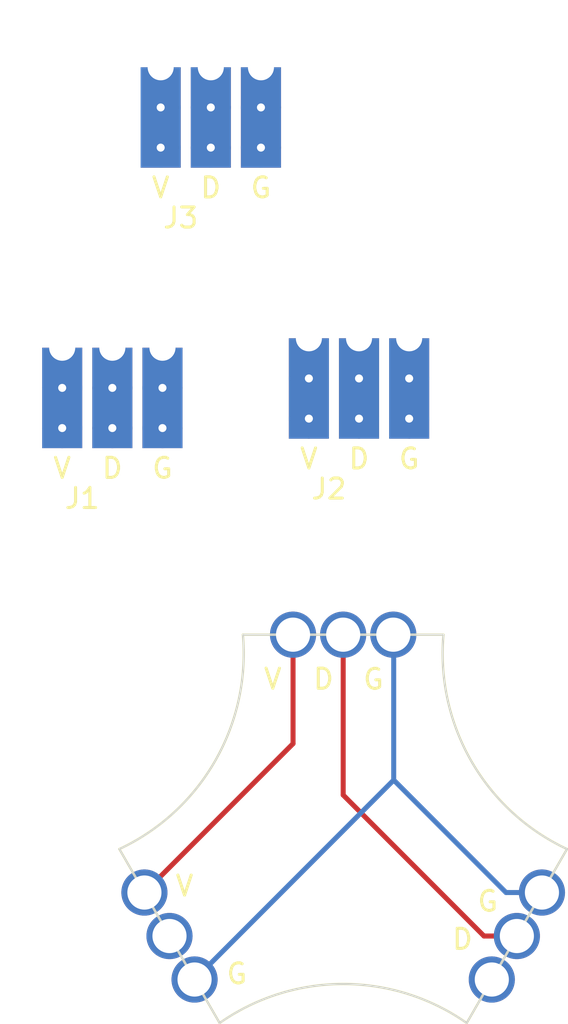
<source format=kicad_pcb>
(kicad_pcb (version 20211014) (generator pcbnew)
  (layers (0 "F.Cu" signal) (31 "B.Cu" signal) (34 "B.Paste" user) (35 "F.Paste" user) (36 "B.SilkS" user "B.Silkscreen") (37 "F.SilkS" user "F.Silkscreen") (38 "B.Mask" user) (39 "F.Mask" user) (44 "Edge.Cuts" user))
  (net 0 "")
  (net 2 "Net-(J1-Pad1)")
  (net 3 "Net-(J3-Pad2)")
  (net 4 "Net-(J3-Pad3)")
  (footprint "ledstrip_footprints:strip_print_input" (layer "F.Cu") (at 141.93 86.665)
    (fp_text reference "J1" (at -1.5 7.5 unlocked) (layer "F.SilkS"))
    (fp_text value "led_strip_input")
    (fp_text user "D" (at 0 6 unlocked) (layer "F.SilkS"))
    (fp_text user "G" (at 2.5 6 unlocked) (layer "F.SilkS"))
    (fp_text user "V" (at -2.5 6 unlocked) (layer "F.SilkS"))
    (pad "1" thru_hole circle (at -2.5 2) (size 2 2) (drill 0.4) (layers *.Cu *.Mask) (net 2 "Net-(J1-Pad1)"))
    (pad "1" thru_hole rect (at -2.5 0) (size 2 5) (drill 1.3 (offset 0 2.5)) (layers *.Cu *.Mask) (net 2 "Net-(J1-Pad1)"))
    (pad "1" thru_hole circle (at -2.5 4) (size 2 2) (drill 0.4) (layers *.Cu *.Mask) (net 2 "Net-(J1-Pad1)"))
    (pad "2" thru_hole circle (at 0 4) (size 2 2) (drill 0.4) (layers *.Cu *.Mask) (net 3 "Net-(J3-Pad2)"))
    (pad "2" thru_hole circle (at 0 2) (size 2 2) (drill 0.4) (layers *.Cu *.Mask) (net 3 "Net-(J3-Pad2)"))
    (pad "2" thru_hole rect (at 0 0) (size 2 5) (drill 1.3 (offset 0 2.5)) (layers *.Cu *.Mask) (net 3 "Net-(J3-Pad2)"))
    (pad "3" thru_hole circle (at 2.5 2) (size 2 2) (drill 0.4) (layers *.Cu *.Mask) (net 4 "Net-(J3-Pad3)"))
    (pad "3" thru_hole rect (at 2.5 0) (size 2 5) (drill 1.3 (offset 0 2.5)) (layers *.Cu *.Mask) (net 4 "Net-(J3-Pad3)"))
    (pad "3" thru_hole circle (at 2.5 4) (size 2 2) (drill 0.4) (layers *.Cu *.Mask) (net 4 "Net-(J3-Pad3)"))
  )
  (footprint "ledstrip_footprints:strip_print_input" (layer "F.Cu") (at 146.84 72.705)
    (fp_text reference "J3" (at -1.5 7.5 unlocked) (layer "F.SilkS"))
    (fp_text value "led_strip_input")
    (fp_text user "D" (at 0 6 unlocked) (layer "F.SilkS"))
    (fp_text user "G" (at 2.5 6 unlocked) (layer "F.SilkS"))
    (fp_text user "V" (at -2.5 6 unlocked) (layer "F.SilkS"))
    (pad "1" thru_hole circle (at -2.5 2) (size 2 2) (drill 0.4) (layers *.Cu *.Mask))
    (pad "1" thru_hole rect (at -2.5 0) (size 2 5) (drill 1.3 (offset 0 2.5)) (layers *.Cu *.Mask))
    (pad "1" thru_hole circle (at -2.5 4) (size 2 2) (drill 0.4) (layers *.Cu *.Mask))
    (pad "2" thru_hole circle (at 0 2) (size 2 2) (drill 0.4) (layers *.Cu *.Mask) (net 3 "Net-(J3-Pad2)"))
    (pad "2" thru_hole circle (at 0 4) (size 2 2) (drill 0.4) (layers *.Cu *.Mask) (net 3 "Net-(J3-Pad2)"))
    (pad "2" thru_hole rect (at 0 0) (size 2 5) (drill 1.3 (offset 0 2.5)) (layers *.Cu *.Mask) (net 3 "Net-(J3-Pad2)"))
    (pad "3" thru_hole circle (at 2.5 2) (size 2 2) (drill 0.4) (layers *.Cu *.Mask) (net 4 "Net-(J3-Pad3)"))
    (pad "3" thru_hole rect (at 2.5 0) (size 2 5) (drill 1.3 (offset 0 2.5)) (layers *.Cu *.Mask) (net 4 "Net-(J3-Pad3)"))
    (pad "3" thru_hole circle (at 2.5 4) (size 2 2) (drill 0.4) (layers *.Cu *.Mask) (net 4 "Net-(J3-Pad3)"))
  )
  (footprint "Connector:led_cube" (layer "F.Cu") (at 153.44 110.95)
    (fp_text reference "**" hide)
    (fp_text value "led_cube" hide)
    (fp_line (start -11.16025 0.66987) (end -6.16025 9.33013) (layer "F.SilkS") (width 0.12))
    (fp_line (start -5 -10) (end 5 -10) (layer "F.SilkS") (width 0.12))
    (fp_line (start 6.16025 9.33013) (end 11.16025 0.66987) (layer "F.SilkS") (width 0.12))
    (fp_arc (start 11.16025 0.66987) (mid 6.398025 -3.693904) (end 5 -10) (layer "F.SilkS") (width 0.12))
    (fp_arc (start -5 -10) (mid -6.398026 -3.693905) (end -11.16025 0.66987) (layer "F.SilkS") (width 0.12))
    (fp_arc (start -6.16025 9.33013) (mid 0 7.387811) (end 6.16025 9.33013) (layer "F.SilkS") (width 0.12))
    (pad "1" thru_hole circle (at 0 -10) (size 2.3 2.3) (drill 1.7) (layers F&B.Cu *.Mask))
    (pad "2" thru_hole circle (at 2.5 -10) (size 2.3 2.3) (drill 1.7) (layers F&B.Cu *.Mask))
    (pad "3" thru_hole circle (at -2.5 -10) (size 2.3 2.3) (drill 1.7) (layers F&B.Cu *.Mask))
    (pad "4" thru_hole circle (at 8.66025 5) (size 2.3 2.3) (drill 1.7) (layers F&B.Cu *.Mask))
    (pad "5" thru_hole circle (at -8.66025 5) (size 2.3 2.3) (drill 1.7) (layers F&B.Cu *.Mask))
    (pad "6" thru_hole circle (at 9.91025 2.83494) (size 2.3 2.3) (drill 1.7) (layers F&B.Cu *.Mask))
    (pad "7" thru_hole circle (at 7.41025 7.16506) (size 2.3 2.3) (drill 1.7) (layers F&B.Cu *.Mask))
    (pad "8" thru_hole circle (at -7.41025 7.16506) (size 2.3 2.3) (drill 1.7) (layers F&B.Cu *.Mask))
    (pad "9" thru_hole circle (at -9.91025 2.83494) (size 2.3 2.3) (drill 1.7) (layers F&B.Cu *.Mask))
  )
  (footprint "ledstrip_footprints:strip_print_input" (layer "F.Cu") (at 154.23 86.195)
    (fp_text reference "J2" (at -1.5 7.5 unlocked) (layer "F.SilkS"))
    (fp_text value "led_strip_input")
    (fp_text user "G" (at 2.5 6 unlocked) (layer "F.SilkS"))
    (fp_text user "D" (at 0 6 unlocked) (layer "F.SilkS"))
    (fp_text user "V" (at -2.5 6 unlocked) (layer "F.SilkS"))
    (pad "1" thru_hole circle (at -2.5 2) (size 2 2) (drill 0.4) (layers *.Cu *.Mask) (net 2 "Net-(J1-Pad1)"))
    (pad "1" thru_hole rect (at -2.5 0) (size 2 5) (drill 1.3 (offset 0 2.5)) (layers *.Cu *.Mask) (net 2 "Net-(J1-Pad1)"))
    (pad "1" thru_hole circle (at -2.5 4) (size 2 2) (drill 0.4) (layers *.Cu *.Mask) (net 2 "Net-(J1-Pad1)"))
    (pad "2" thru_hole circle (at 0 2) (size 2 2) (drill 0.4) (layers *.Cu *.Mask))
    (pad "2" thru_hole rect (at 0 0) (size 2 5) (drill 1.3 (offset 0 2.5)) (layers *.Cu *.Mask))
    (pad "2" thru_hole circle (at 0 4) (size 2 2) (drill 0.4) (layers *.Cu *.Mask))
    (pad "3" thru_hole circle (at 2.5 4) (size 2 2) (drill 0.4) (layers *.Cu *.Mask) (net 4 "Net-(J3-Pad3)"))
    (pad "3" thru_hole circle (at 2.5 2) (size 2 2) (drill 0.4) (layers *.Cu *.Mask) (net 4 "Net-(J3-Pad3)"))
    (pad "3" thru_hole rect (at 2.5 0) (size 2 5) (drill 1.3 (offset 0 2.5)) (layers *.Cu *.Mask) (net 4 "Net-(J3-Pad3)"))
  )
  (gr_line (start 142.28 111.62) (end 147.28 120.28) (layer "Edge.Cuts") (width 0.1))
  (gr_arc (start 147.28 120.28) (mid 153.44 118.33776) (end 159.6 120.28) (layer "Edge.Cuts") (width 0.1))
  (gr_line (start 164.6 111.62) (end 159.6 120.28) (layer "Edge.Cuts") (width 0.1))
  (gr_arc (start 164.6 111.62) (mid 159.835832 107.257303) (end 158.44 100.95) (layer "Edge.Cuts") (width 0.1))
  (gr_line (start 148.44 100.95) (end 158.44 100.95) (layer "Edge.Cuts") (width 0.1))
  (gr_arc (start 148.44 100.95) (mid 147.04212 107.256121) (end 142.28 111.62) (layer "Edge.Cuts") (width 0.1))
  (gr_text "G" (at 154.95 103.17) (layer "F.SilkS") (effects (font (size 1 1))))
  (gr_text "V" (at 149.93 103.16) (layer "F.SilkS") (effects (font (size 1 1))))
  (gr_text "G" (at 148.14 117.83) (layer "F.SilkS") (effects (font (size 1 1))))
  (gr_text "D" (at 152.46 103.16) (layer "F.SilkS") (effects (font (size 1 1))))
  (gr_text "D" (at 159.39 116.11) (layer "F.SilkS") (effects (font (size 1 1))))
  (gr_text "G" (at 160.65 114.22) (layer "F.SilkS") (effects (font (size 1 1))))
  (gr_text "V" (at 145.53 113.46) (layer "F.SilkS") (effects (font (size 1 1))))
  (segment (start 160.46 115.95) (end 153.44 108.93) (width 0.25) (layer "F.Cu") (net 0))
  (segment (start 150.94 106.37469) (end 143.52975 113.78494) (width 0.25) (layer "F.Cu") (net 0))
  (segment (start 153.44 108.93) (end 153.44 100.95) (width 0.25) (layer "F.Cu") (net 0))
  (segment (start 150.94 100.95) (end 150.94 106.37469) (width 0.25) (layer "F.Cu") (net 0))
  (segment (start 162.10025 115.95) (end 160.46 115.95) (width 0.25) (layer "F.Cu") (net 0))
  (segment (start 161.56013 113.78494) (end 163.35025 113.78494) (width 0.25) (layer "B.Cu") (net 0))
  (segment (start 155.96 108.18481) (end 161.56013 113.78494) (width 0.25) (layer "B.Cu") (net 0))
  (segment (start 155.96 108.18481) (end 155.96 101.075) (width 0.25) (layer "B.Cu") (net 0))
  (segment (start 146.02975 118.11506) (end 155.96 108.18481) (width 0.25) (layer "B.Cu") (net 0))
  (segment (start 155.96 101.075) (end 155.94 101.075) (width 0.25) (layer "B.Cu") (net 0))
)
</source>
